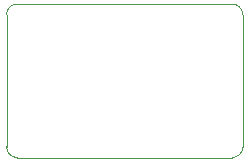
<source format=gm1>
G04 #@! TF.GenerationSoftware,KiCad,Pcbnew,(7.0.0)*
G04 #@! TF.CreationDate,2023-06-13T19:07:53-07:00*
G04 #@! TF.ProjectId,breakbeam-emitter,62726561-6b62-4656-916d-2d656d697474,rev?*
G04 #@! TF.SameCoordinates,Original*
G04 #@! TF.FileFunction,Profile,NP*
%FSLAX46Y46*%
G04 Gerber Fmt 4.6, Leading zero omitted, Abs format (unit mm)*
G04 Created by KiCad (PCBNEW (7.0.0)) date 2023-06-13 19:07:53*
%MOMM*%
%LPD*%
G01*
G04 APERTURE LIST*
G04 #@! TA.AperFunction,Profile*
%ADD10C,0.100000*%
G04 #@! TD*
G04 APERTURE END LIST*
D10*
X119400000Y-70000000D02*
X137600000Y-70000000D01*
X138500000Y-69100000D02*
X138500000Y-57900000D01*
X118500000Y-69100000D02*
G75*
G03*
X119400000Y-70000000I900000J0D01*
G01*
X119400000Y-57000000D02*
G75*
G03*
X118500000Y-57900000I0J-900000D01*
G01*
X137600000Y-57000000D02*
X119400000Y-57000000D01*
X137600000Y-70000000D02*
G75*
G03*
X138500000Y-69100000I0J900000D01*
G01*
X138500000Y-57900000D02*
G75*
G03*
X137600000Y-57000000I-900000J0D01*
G01*
X118500000Y-69100000D02*
X118500000Y-57900000D01*
M02*

</source>
